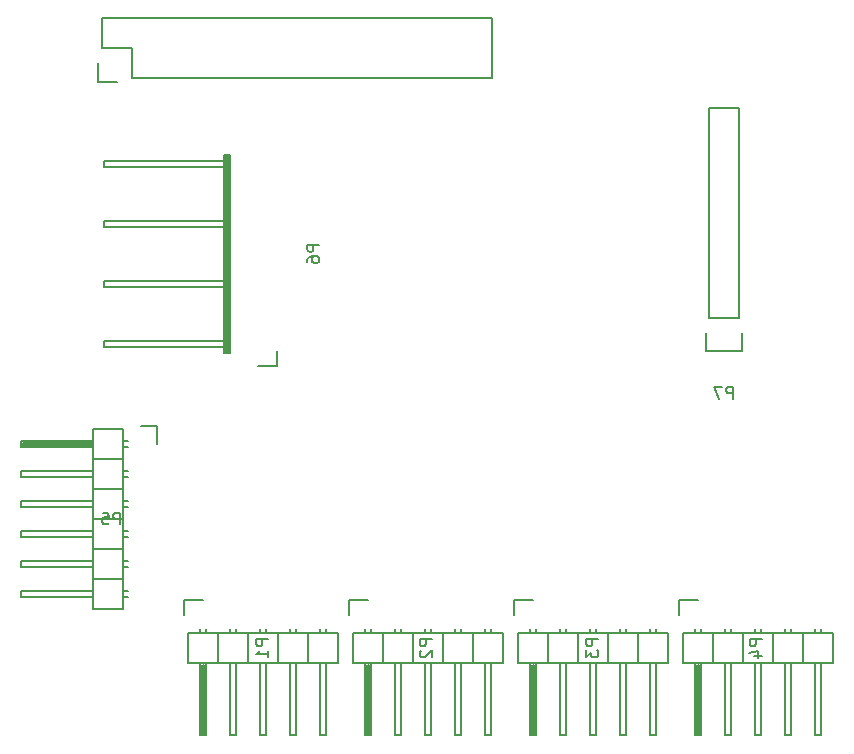
<source format=gbo>
G04 #@! TF.GenerationSoftware,KiCad,Pcbnew,no-vcs-found-7613~57~ubuntu16.04.1*
G04 #@! TF.CreationDate,2017-02-12T00:19:34-08:00*
G04 #@! TF.ProjectId,access-pi,6163636573732D70692E6B696361645F,rev?*
G04 #@! TF.FileFunction,Legend,Bot*
G04 #@! TF.FilePolarity,Positive*
%FSLAX46Y46*%
G04 Gerber Fmt 4.6, Leading zero omitted, Abs format (unit mm)*
G04 Created by KiCad (PCBNEW no-vcs-found-7613~57~ubuntu16.04.1) date Sun Feb 12 00:19:34 2017*
%MOMM*%
%LPD*%
G01*
G04 APERTURE LIST*
%ADD10C,0.150000*%
%ADD11R,2.800000X2.800000*%
%ADD12O,2.800000X3.200000*%
%ADD13C,2.540000*%
%ADD14C,3.990000*%
%ADD15R,1.727200X1.727200*%
%ADD16O,1.727200X1.727200*%
%ADD17R,1.727200X2.032000*%
%ADD18O,1.727200X2.032000*%
%ADD19R,2.032000X1.727200*%
%ADD20O,2.032000X1.727200*%
G04 APERTURE END LIST*
D10*
X111252000Y-112903000D02*
X111252000Y-129667000D01*
X111506000Y-112903000D02*
X111252000Y-112903000D01*
X111506000Y-129667000D02*
X111506000Y-112903000D01*
X111379000Y-129667000D02*
X111379000Y-112903000D01*
X111633000Y-112903000D02*
X111125000Y-112903000D01*
X111633000Y-129667000D02*
X111633000Y-112903000D01*
X111125000Y-129667000D02*
X111633000Y-129667000D01*
X100965000Y-129159000D02*
X111125000Y-129159000D01*
X100965000Y-128651000D02*
X100965000Y-129159000D01*
X111125000Y-128651000D02*
X100965000Y-128651000D01*
X100965000Y-124079000D02*
X111125000Y-124079000D01*
X100965000Y-123571000D02*
X100965000Y-124079000D01*
X111125000Y-123571000D02*
X100965000Y-123571000D01*
X100965000Y-118999000D02*
X111125000Y-118999000D01*
X100965000Y-118491000D02*
X100965000Y-118999000D01*
X111125000Y-118491000D02*
X100965000Y-118491000D01*
X100965000Y-113919000D02*
X111125000Y-113919000D01*
X100965000Y-113411000D02*
X100965000Y-113919000D01*
X111125000Y-113411000D02*
X100965000Y-113411000D01*
X111125000Y-129667000D02*
X111125000Y-112903000D01*
X115596000Y-130840000D02*
X114046000Y-130840000D01*
X115596000Y-129540000D02*
X115596000Y-130840000D01*
X100780000Y-101360000D02*
X133800000Y-101360000D01*
X103320000Y-106440000D02*
X133800000Y-106440000D01*
X133800000Y-101360000D02*
X133800000Y-106440000D01*
X100780000Y-101360000D02*
X100780000Y-103900000D01*
X102050000Y-106720000D02*
X100500000Y-106720000D01*
X100780000Y-103900000D02*
X103320000Y-103900000D01*
X103320000Y-103900000D02*
X103320000Y-106440000D01*
X100500000Y-106720000D02*
X100500000Y-105170000D01*
X107797000Y-150592000D02*
X109347000Y-150592000D01*
X107797000Y-151892000D02*
X107797000Y-150592000D01*
X109220000Y-156083000D02*
X109220000Y-161925000D01*
X109220000Y-161925000D02*
X109474000Y-161925000D01*
X109474000Y-161925000D02*
X109474000Y-156083000D01*
X109474000Y-156083000D02*
X109347000Y-156083000D01*
X109347000Y-156083000D02*
X109347000Y-161925000D01*
X109093000Y-153416000D02*
X109093000Y-153035000D01*
X109601000Y-153416000D02*
X109601000Y-153035000D01*
X111633000Y-153416000D02*
X111633000Y-153035000D01*
X112141000Y-153416000D02*
X112141000Y-153035000D01*
X114173000Y-153416000D02*
X114173000Y-153035000D01*
X114681000Y-153416000D02*
X114681000Y-153035000D01*
X116713000Y-153416000D02*
X116713000Y-153035000D01*
X117221000Y-153416000D02*
X117221000Y-153035000D01*
X119761000Y-153416000D02*
X119761000Y-153035000D01*
X119253000Y-153416000D02*
X119253000Y-153035000D01*
X110617000Y-155956000D02*
X108077000Y-155956000D01*
X109601000Y-162052000D02*
X109601000Y-155956000D01*
X109093000Y-162052000D02*
X109601000Y-162052000D01*
X109093000Y-155956000D02*
X109093000Y-162052000D01*
X110617000Y-153416000D02*
X110617000Y-155956000D01*
X108077000Y-153416000D02*
X110617000Y-153416000D01*
X108077000Y-153416000D02*
X108077000Y-155956000D01*
X113157000Y-153416000D02*
X113157000Y-155956000D01*
X113157000Y-153416000D02*
X115697000Y-153416000D01*
X115697000Y-153416000D02*
X115697000Y-155956000D01*
X114173000Y-155956000D02*
X114173000Y-162052000D01*
X114173000Y-162052000D02*
X114681000Y-162052000D01*
X114681000Y-162052000D02*
X114681000Y-155956000D01*
X115697000Y-155956000D02*
X113157000Y-155956000D01*
X113157000Y-155956000D02*
X110617000Y-155956000D01*
X112141000Y-162052000D02*
X112141000Y-155956000D01*
X111633000Y-162052000D02*
X112141000Y-162052000D01*
X111633000Y-155956000D02*
X111633000Y-162052000D01*
X113157000Y-153416000D02*
X113157000Y-155956000D01*
X110617000Y-153416000D02*
X113157000Y-153416000D01*
X110617000Y-153416000D02*
X110617000Y-155956000D01*
X118237000Y-153416000D02*
X118237000Y-155956000D01*
X118237000Y-153416000D02*
X120777000Y-153416000D01*
X120777000Y-153416000D02*
X120777000Y-155956000D01*
X119253000Y-155956000D02*
X119253000Y-162052000D01*
X119253000Y-162052000D02*
X119761000Y-162052000D01*
X119761000Y-162052000D02*
X119761000Y-155956000D01*
X120777000Y-155956000D02*
X118237000Y-155956000D01*
X118237000Y-155956000D02*
X115697000Y-155956000D01*
X117221000Y-162052000D02*
X117221000Y-155956000D01*
X116713000Y-162052000D02*
X117221000Y-162052000D01*
X116713000Y-155956000D02*
X116713000Y-162052000D01*
X118237000Y-153416000D02*
X118237000Y-155956000D01*
X115697000Y-153416000D02*
X118237000Y-153416000D01*
X115697000Y-153416000D02*
X115697000Y-155956000D01*
X121767000Y-150592000D02*
X123317000Y-150592000D01*
X121767000Y-151892000D02*
X121767000Y-150592000D01*
X123190000Y-156083000D02*
X123190000Y-161925000D01*
X123190000Y-161925000D02*
X123444000Y-161925000D01*
X123444000Y-161925000D02*
X123444000Y-156083000D01*
X123444000Y-156083000D02*
X123317000Y-156083000D01*
X123317000Y-156083000D02*
X123317000Y-161925000D01*
X123063000Y-153416000D02*
X123063000Y-153035000D01*
X123571000Y-153416000D02*
X123571000Y-153035000D01*
X125603000Y-153416000D02*
X125603000Y-153035000D01*
X126111000Y-153416000D02*
X126111000Y-153035000D01*
X128143000Y-153416000D02*
X128143000Y-153035000D01*
X128651000Y-153416000D02*
X128651000Y-153035000D01*
X130683000Y-153416000D02*
X130683000Y-153035000D01*
X131191000Y-153416000D02*
X131191000Y-153035000D01*
X133731000Y-153416000D02*
X133731000Y-153035000D01*
X133223000Y-153416000D02*
X133223000Y-153035000D01*
X124587000Y-155956000D02*
X122047000Y-155956000D01*
X123571000Y-162052000D02*
X123571000Y-155956000D01*
X123063000Y-162052000D02*
X123571000Y-162052000D01*
X123063000Y-155956000D02*
X123063000Y-162052000D01*
X124587000Y-153416000D02*
X124587000Y-155956000D01*
X122047000Y-153416000D02*
X124587000Y-153416000D01*
X122047000Y-153416000D02*
X122047000Y-155956000D01*
X127127000Y-153416000D02*
X127127000Y-155956000D01*
X127127000Y-153416000D02*
X129667000Y-153416000D01*
X129667000Y-153416000D02*
X129667000Y-155956000D01*
X128143000Y-155956000D02*
X128143000Y-162052000D01*
X128143000Y-162052000D02*
X128651000Y-162052000D01*
X128651000Y-162052000D02*
X128651000Y-155956000D01*
X129667000Y-155956000D02*
X127127000Y-155956000D01*
X127127000Y-155956000D02*
X124587000Y-155956000D01*
X126111000Y-162052000D02*
X126111000Y-155956000D01*
X125603000Y-162052000D02*
X126111000Y-162052000D01*
X125603000Y-155956000D02*
X125603000Y-162052000D01*
X127127000Y-153416000D02*
X127127000Y-155956000D01*
X124587000Y-153416000D02*
X127127000Y-153416000D01*
X124587000Y-153416000D02*
X124587000Y-155956000D01*
X132207000Y-153416000D02*
X132207000Y-155956000D01*
X132207000Y-153416000D02*
X134747000Y-153416000D01*
X134747000Y-153416000D02*
X134747000Y-155956000D01*
X133223000Y-155956000D02*
X133223000Y-162052000D01*
X133223000Y-162052000D02*
X133731000Y-162052000D01*
X133731000Y-162052000D02*
X133731000Y-155956000D01*
X134747000Y-155956000D02*
X132207000Y-155956000D01*
X132207000Y-155956000D02*
X129667000Y-155956000D01*
X131191000Y-162052000D02*
X131191000Y-155956000D01*
X130683000Y-162052000D02*
X131191000Y-162052000D01*
X130683000Y-155956000D02*
X130683000Y-162052000D01*
X132207000Y-153416000D02*
X132207000Y-155956000D01*
X129667000Y-153416000D02*
X132207000Y-153416000D01*
X129667000Y-153416000D02*
X129667000Y-155956000D01*
X135737000Y-150592000D02*
X137287000Y-150592000D01*
X135737000Y-151892000D02*
X135737000Y-150592000D01*
X137160000Y-156083000D02*
X137160000Y-161925000D01*
X137160000Y-161925000D02*
X137414000Y-161925000D01*
X137414000Y-161925000D02*
X137414000Y-156083000D01*
X137414000Y-156083000D02*
X137287000Y-156083000D01*
X137287000Y-156083000D02*
X137287000Y-161925000D01*
X137033000Y-153416000D02*
X137033000Y-153035000D01*
X137541000Y-153416000D02*
X137541000Y-153035000D01*
X139573000Y-153416000D02*
X139573000Y-153035000D01*
X140081000Y-153416000D02*
X140081000Y-153035000D01*
X142113000Y-153416000D02*
X142113000Y-153035000D01*
X142621000Y-153416000D02*
X142621000Y-153035000D01*
X144653000Y-153416000D02*
X144653000Y-153035000D01*
X145161000Y-153416000D02*
X145161000Y-153035000D01*
X147701000Y-153416000D02*
X147701000Y-153035000D01*
X147193000Y-153416000D02*
X147193000Y-153035000D01*
X138557000Y-155956000D02*
X136017000Y-155956000D01*
X137541000Y-162052000D02*
X137541000Y-155956000D01*
X137033000Y-162052000D02*
X137541000Y-162052000D01*
X137033000Y-155956000D02*
X137033000Y-162052000D01*
X138557000Y-153416000D02*
X138557000Y-155956000D01*
X136017000Y-153416000D02*
X138557000Y-153416000D01*
X136017000Y-153416000D02*
X136017000Y-155956000D01*
X141097000Y-153416000D02*
X141097000Y-155956000D01*
X141097000Y-153416000D02*
X143637000Y-153416000D01*
X143637000Y-153416000D02*
X143637000Y-155956000D01*
X142113000Y-155956000D02*
X142113000Y-162052000D01*
X142113000Y-162052000D02*
X142621000Y-162052000D01*
X142621000Y-162052000D02*
X142621000Y-155956000D01*
X143637000Y-155956000D02*
X141097000Y-155956000D01*
X141097000Y-155956000D02*
X138557000Y-155956000D01*
X140081000Y-162052000D02*
X140081000Y-155956000D01*
X139573000Y-162052000D02*
X140081000Y-162052000D01*
X139573000Y-155956000D02*
X139573000Y-162052000D01*
X141097000Y-153416000D02*
X141097000Y-155956000D01*
X138557000Y-153416000D02*
X141097000Y-153416000D01*
X138557000Y-153416000D02*
X138557000Y-155956000D01*
X146177000Y-153416000D02*
X146177000Y-155956000D01*
X146177000Y-153416000D02*
X148717000Y-153416000D01*
X148717000Y-153416000D02*
X148717000Y-155956000D01*
X147193000Y-155956000D02*
X147193000Y-162052000D01*
X147193000Y-162052000D02*
X147701000Y-162052000D01*
X147701000Y-162052000D02*
X147701000Y-155956000D01*
X148717000Y-155956000D02*
X146177000Y-155956000D01*
X146177000Y-155956000D02*
X143637000Y-155956000D01*
X145161000Y-162052000D02*
X145161000Y-155956000D01*
X144653000Y-162052000D02*
X145161000Y-162052000D01*
X144653000Y-155956000D02*
X144653000Y-162052000D01*
X146177000Y-153416000D02*
X146177000Y-155956000D01*
X143637000Y-153416000D02*
X146177000Y-153416000D01*
X143637000Y-153416000D02*
X143637000Y-155956000D01*
X149707000Y-150592000D02*
X151257000Y-150592000D01*
X149707000Y-151892000D02*
X149707000Y-150592000D01*
X151130000Y-156083000D02*
X151130000Y-161925000D01*
X151130000Y-161925000D02*
X151384000Y-161925000D01*
X151384000Y-161925000D02*
X151384000Y-156083000D01*
X151384000Y-156083000D02*
X151257000Y-156083000D01*
X151257000Y-156083000D02*
X151257000Y-161925000D01*
X151003000Y-153416000D02*
X151003000Y-153035000D01*
X151511000Y-153416000D02*
X151511000Y-153035000D01*
X153543000Y-153416000D02*
X153543000Y-153035000D01*
X154051000Y-153416000D02*
X154051000Y-153035000D01*
X156083000Y-153416000D02*
X156083000Y-153035000D01*
X156591000Y-153416000D02*
X156591000Y-153035000D01*
X158623000Y-153416000D02*
X158623000Y-153035000D01*
X159131000Y-153416000D02*
X159131000Y-153035000D01*
X161671000Y-153416000D02*
X161671000Y-153035000D01*
X161163000Y-153416000D02*
X161163000Y-153035000D01*
X152527000Y-155956000D02*
X149987000Y-155956000D01*
X151511000Y-162052000D02*
X151511000Y-155956000D01*
X151003000Y-162052000D02*
X151511000Y-162052000D01*
X151003000Y-155956000D02*
X151003000Y-162052000D01*
X152527000Y-153416000D02*
X152527000Y-155956000D01*
X149987000Y-153416000D02*
X152527000Y-153416000D01*
X149987000Y-153416000D02*
X149987000Y-155956000D01*
X155067000Y-153416000D02*
X155067000Y-155956000D01*
X155067000Y-153416000D02*
X157607000Y-153416000D01*
X157607000Y-153416000D02*
X157607000Y-155956000D01*
X156083000Y-155956000D02*
X156083000Y-162052000D01*
X156083000Y-162052000D02*
X156591000Y-162052000D01*
X156591000Y-162052000D02*
X156591000Y-155956000D01*
X157607000Y-155956000D02*
X155067000Y-155956000D01*
X155067000Y-155956000D02*
X152527000Y-155956000D01*
X154051000Y-162052000D02*
X154051000Y-155956000D01*
X153543000Y-162052000D02*
X154051000Y-162052000D01*
X153543000Y-155956000D02*
X153543000Y-162052000D01*
X155067000Y-153416000D02*
X155067000Y-155956000D01*
X152527000Y-153416000D02*
X155067000Y-153416000D01*
X152527000Y-153416000D02*
X152527000Y-155956000D01*
X160147000Y-153416000D02*
X160147000Y-155956000D01*
X160147000Y-153416000D02*
X162687000Y-153416000D01*
X162687000Y-153416000D02*
X162687000Y-155956000D01*
X161163000Y-155956000D02*
X161163000Y-162052000D01*
X161163000Y-162052000D02*
X161671000Y-162052000D01*
X161671000Y-162052000D02*
X161671000Y-155956000D01*
X162687000Y-155956000D02*
X160147000Y-155956000D01*
X160147000Y-155956000D02*
X157607000Y-155956000D01*
X159131000Y-162052000D02*
X159131000Y-155956000D01*
X158623000Y-162052000D02*
X159131000Y-162052000D01*
X158623000Y-155956000D02*
X158623000Y-162052000D01*
X160147000Y-153416000D02*
X160147000Y-155956000D01*
X157607000Y-153416000D02*
X160147000Y-153416000D01*
X157607000Y-153416000D02*
X157607000Y-155956000D01*
X105440000Y-135864000D02*
X105440000Y-137414000D01*
X104140000Y-135864000D02*
X105440000Y-135864000D01*
X99949000Y-137287000D02*
X94107000Y-137287000D01*
X94107000Y-137287000D02*
X94107000Y-137541000D01*
X94107000Y-137541000D02*
X99949000Y-137541000D01*
X99949000Y-137541000D02*
X99949000Y-137414000D01*
X99949000Y-137414000D02*
X94107000Y-137414000D01*
X102616000Y-137160000D02*
X102997000Y-137160000D01*
X102616000Y-137668000D02*
X102997000Y-137668000D01*
X102616000Y-139700000D02*
X102997000Y-139700000D01*
X102616000Y-140208000D02*
X102997000Y-140208000D01*
X102616000Y-142240000D02*
X102997000Y-142240000D01*
X102616000Y-142748000D02*
X102997000Y-142748000D01*
X102616000Y-150368000D02*
X102997000Y-150368000D01*
X102616000Y-149860000D02*
X102997000Y-149860000D01*
X102616000Y-147828000D02*
X102997000Y-147828000D01*
X102616000Y-147320000D02*
X102997000Y-147320000D01*
X102616000Y-145288000D02*
X102997000Y-145288000D01*
X102616000Y-144780000D02*
X102997000Y-144780000D01*
X102616000Y-136144000D02*
X100076000Y-136144000D01*
X102616000Y-138684000D02*
X100076000Y-138684000D01*
X102616000Y-138684000D02*
X102616000Y-141224000D01*
X102616000Y-141224000D02*
X100076000Y-141224000D01*
X100076000Y-139700000D02*
X93980000Y-139700000D01*
X93980000Y-139700000D02*
X93980000Y-140208000D01*
X93980000Y-140208000D02*
X100076000Y-140208000D01*
X100076000Y-141224000D02*
X100076000Y-138684000D01*
X100076000Y-138684000D02*
X100076000Y-136144000D01*
X93980000Y-137668000D02*
X100076000Y-137668000D01*
X93980000Y-137160000D02*
X93980000Y-137668000D01*
X100076000Y-137160000D02*
X93980000Y-137160000D01*
X102616000Y-138684000D02*
X100076000Y-138684000D01*
X102616000Y-136144000D02*
X102616000Y-138684000D01*
X102616000Y-146304000D02*
X100076000Y-146304000D01*
X102616000Y-146304000D02*
X102616000Y-148844000D01*
X102616000Y-148844000D02*
X100076000Y-148844000D01*
X100076000Y-147320000D02*
X93980000Y-147320000D01*
X93980000Y-147320000D02*
X93980000Y-147828000D01*
X93980000Y-147828000D02*
X100076000Y-147828000D01*
X100076000Y-148844000D02*
X100076000Y-146304000D01*
X100076000Y-151384000D02*
X100076000Y-148844000D01*
X93980000Y-150368000D02*
X100076000Y-150368000D01*
X93980000Y-149860000D02*
X93980000Y-150368000D01*
X100076000Y-149860000D02*
X93980000Y-149860000D01*
X102616000Y-151384000D02*
X100076000Y-151384000D01*
X102616000Y-148844000D02*
X102616000Y-151384000D01*
X102616000Y-148844000D02*
X100076000Y-148844000D01*
X102616000Y-143764000D02*
X100076000Y-143764000D01*
X102616000Y-143764000D02*
X102616000Y-146304000D01*
X102616000Y-146304000D02*
X100076000Y-146304000D01*
X100076000Y-144780000D02*
X93980000Y-144780000D01*
X93980000Y-144780000D02*
X93980000Y-145288000D01*
X93980000Y-145288000D02*
X100076000Y-145288000D01*
X100076000Y-146304000D02*
X100076000Y-143764000D01*
X100076000Y-143764000D02*
X100076000Y-141224000D01*
X93980000Y-142748000D02*
X100076000Y-142748000D01*
X93980000Y-142240000D02*
X93980000Y-142748000D01*
X100076000Y-142240000D02*
X93980000Y-142240000D01*
X102616000Y-143764000D02*
X100076000Y-143764000D01*
X102616000Y-141224000D02*
X102616000Y-143764000D01*
X102616000Y-141224000D02*
X100076000Y-141224000D01*
X154749500Y-126746000D02*
X154749500Y-108966000D01*
X154749500Y-108966000D02*
X152209500Y-108966000D01*
X152209500Y-108966000D02*
X152209500Y-126746000D01*
X155029500Y-129566000D02*
X155029500Y-128016000D01*
X154749500Y-126746000D02*
X152209500Y-126746000D01*
X151929500Y-128016000D02*
X151929500Y-129566000D01*
X151929500Y-129566000D02*
X155029500Y-129566000D01*
X119197380Y-120546904D02*
X118197380Y-120546904D01*
X118197380Y-120927857D01*
X118245000Y-121023095D01*
X118292619Y-121070714D01*
X118387857Y-121118333D01*
X118530714Y-121118333D01*
X118625952Y-121070714D01*
X118673571Y-121023095D01*
X118721190Y-120927857D01*
X118721190Y-120546904D01*
X118197380Y-121975476D02*
X118197380Y-121785000D01*
X118245000Y-121689761D01*
X118292619Y-121642142D01*
X118435476Y-121546904D01*
X118625952Y-121499285D01*
X119006904Y-121499285D01*
X119102142Y-121546904D01*
X119149761Y-121594523D01*
X119197380Y-121689761D01*
X119197380Y-121880238D01*
X119149761Y-121975476D01*
X119102142Y-122023095D01*
X119006904Y-122070714D01*
X118768809Y-122070714D01*
X118673571Y-122023095D01*
X118625952Y-121975476D01*
X118578333Y-121880238D01*
X118578333Y-121689761D01*
X118625952Y-121594523D01*
X118673571Y-121546904D01*
X118768809Y-121499285D01*
X114879380Y-153947904D02*
X113879380Y-153947904D01*
X113879380Y-154328857D01*
X113927000Y-154424095D01*
X113974619Y-154471714D01*
X114069857Y-154519333D01*
X114212714Y-154519333D01*
X114307952Y-154471714D01*
X114355571Y-154424095D01*
X114403190Y-154328857D01*
X114403190Y-153947904D01*
X114879380Y-155471714D02*
X114879380Y-154900285D01*
X114879380Y-155186000D02*
X113879380Y-155186000D01*
X114022238Y-155090761D01*
X114117476Y-154995523D01*
X114165095Y-154900285D01*
X128722380Y-153947904D02*
X127722380Y-153947904D01*
X127722380Y-154328857D01*
X127770000Y-154424095D01*
X127817619Y-154471714D01*
X127912857Y-154519333D01*
X128055714Y-154519333D01*
X128150952Y-154471714D01*
X128198571Y-154424095D01*
X128246190Y-154328857D01*
X128246190Y-153947904D01*
X127817619Y-154900285D02*
X127770000Y-154947904D01*
X127722380Y-155043142D01*
X127722380Y-155281238D01*
X127770000Y-155376476D01*
X127817619Y-155424095D01*
X127912857Y-155471714D01*
X128008095Y-155471714D01*
X128150952Y-155424095D01*
X128722380Y-154852666D01*
X128722380Y-155471714D01*
X142819380Y-153947904D02*
X141819380Y-153947904D01*
X141819380Y-154328857D01*
X141867000Y-154424095D01*
X141914619Y-154471714D01*
X142009857Y-154519333D01*
X142152714Y-154519333D01*
X142247952Y-154471714D01*
X142295571Y-154424095D01*
X142343190Y-154328857D01*
X142343190Y-153947904D01*
X141819380Y-154852666D02*
X141819380Y-155471714D01*
X142200333Y-155138380D01*
X142200333Y-155281238D01*
X142247952Y-155376476D01*
X142295571Y-155424095D01*
X142390809Y-155471714D01*
X142628904Y-155471714D01*
X142724142Y-155424095D01*
X142771761Y-155376476D01*
X142819380Y-155281238D01*
X142819380Y-154995523D01*
X142771761Y-154900285D01*
X142724142Y-154852666D01*
X156662380Y-153947904D02*
X155662380Y-153947904D01*
X155662380Y-154328857D01*
X155710000Y-154424095D01*
X155757619Y-154471714D01*
X155852857Y-154519333D01*
X155995714Y-154519333D01*
X156090952Y-154471714D01*
X156138571Y-154424095D01*
X156186190Y-154328857D01*
X156186190Y-153947904D01*
X155995714Y-155376476D02*
X156662380Y-155376476D01*
X155614761Y-155138380D02*
X156329047Y-154900285D01*
X156329047Y-155519333D01*
X102338095Y-144216380D02*
X102338095Y-143216380D01*
X101957142Y-143216380D01*
X101861904Y-143264000D01*
X101814285Y-143311619D01*
X101766666Y-143406857D01*
X101766666Y-143549714D01*
X101814285Y-143644952D01*
X101861904Y-143692571D01*
X101957142Y-143740190D01*
X102338095Y-143740190D01*
X100861904Y-143216380D02*
X101338095Y-143216380D01*
X101385714Y-143692571D01*
X101338095Y-143644952D01*
X101242857Y-143597333D01*
X101004761Y-143597333D01*
X100909523Y-143644952D01*
X100861904Y-143692571D01*
X100814285Y-143787809D01*
X100814285Y-144025904D01*
X100861904Y-144121142D01*
X100909523Y-144168761D01*
X101004761Y-144216380D01*
X101242857Y-144216380D01*
X101338095Y-144168761D01*
X101385714Y-144121142D01*
X154217595Y-133568380D02*
X154217595Y-132568380D01*
X153836642Y-132568380D01*
X153741404Y-132616000D01*
X153693785Y-132663619D01*
X153646166Y-132758857D01*
X153646166Y-132901714D01*
X153693785Y-132996952D01*
X153741404Y-133044571D01*
X153836642Y-133092190D01*
X154217595Y-133092190D01*
X153312833Y-132568380D02*
X152646166Y-132568380D01*
X153074738Y-133568380D01*
%LPC*%
D11*
X113665000Y-128905000D03*
D12*
X113665000Y-123825000D03*
X113665000Y-118745000D03*
X113665000Y-113665000D03*
D13*
X111125000Y-131445000D03*
X111125000Y-111125000D03*
D14*
X103505000Y-126365000D03*
X103505000Y-116205000D03*
D15*
X102050000Y-105170000D03*
D16*
X102050000Y-102630000D03*
X104590000Y-105170000D03*
X104590000Y-102630000D03*
X107130000Y-105170000D03*
X107130000Y-102630000D03*
X109670000Y-105170000D03*
X109670000Y-102630000D03*
X112210000Y-105170000D03*
X112210000Y-102630000D03*
X114750000Y-105170000D03*
X114750000Y-102630000D03*
X117290000Y-105170000D03*
X117290000Y-102630000D03*
X119830000Y-105170000D03*
X119830000Y-102630000D03*
X122370000Y-105170000D03*
X122370000Y-102630000D03*
X124910000Y-105170000D03*
X124910000Y-102630000D03*
X127450000Y-105170000D03*
X127450000Y-102630000D03*
X129990000Y-105170000D03*
X129990000Y-102630000D03*
X132530000Y-105170000D03*
X132530000Y-102630000D03*
D17*
X109347000Y-151892000D03*
D18*
X111887000Y-151892000D03*
X114427000Y-151892000D03*
X116967000Y-151892000D03*
X119507000Y-151892000D03*
D17*
X123317000Y-151892000D03*
D18*
X125857000Y-151892000D03*
X128397000Y-151892000D03*
X130937000Y-151892000D03*
X133477000Y-151892000D03*
D17*
X137287000Y-151892000D03*
D18*
X139827000Y-151892000D03*
X142367000Y-151892000D03*
X144907000Y-151892000D03*
X147447000Y-151892000D03*
D17*
X151257000Y-151892000D03*
D18*
X153797000Y-151892000D03*
X156337000Y-151892000D03*
X158877000Y-151892000D03*
X161417000Y-151892000D03*
D19*
X104140000Y-137414000D03*
D20*
X104140000Y-139954000D03*
X104140000Y-142494000D03*
X104140000Y-145034000D03*
X104140000Y-147574000D03*
X104140000Y-150114000D03*
D19*
X153479500Y-128016000D03*
D20*
X153479500Y-125476000D03*
X153479500Y-122936000D03*
X153479500Y-120396000D03*
X153479500Y-117856000D03*
X153479500Y-115316000D03*
X153479500Y-112776000D03*
X153479500Y-110236000D03*
M02*

</source>
